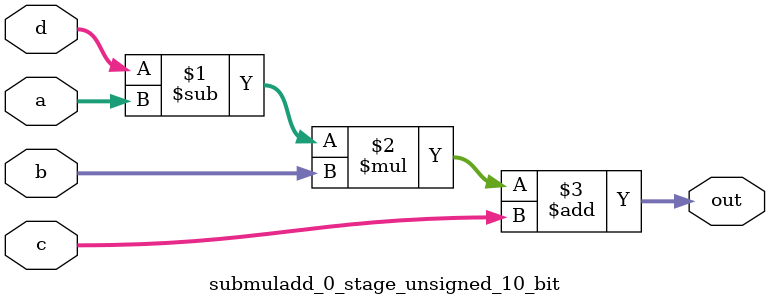
<source format=sv>
(* use_dsp = "yes" *) module submuladd_0_stage_unsigned_10_bit(
	input  [9:0] a,
	input  [9:0] b,
	input  [9:0] c,
	input  [9:0] d,
	output [9:0] out
	);

	assign out = ((d - a) * b) + c;
endmodule

</source>
